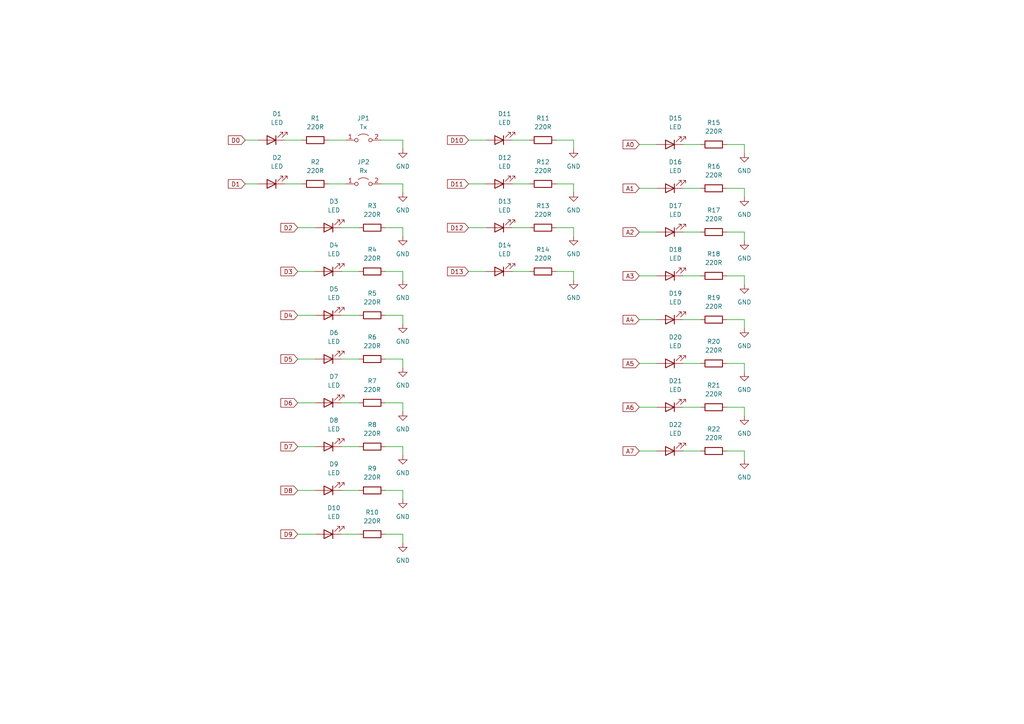
<source format=kicad_sch>
(kicad_sch (version 20211123) (generator eeschema)
  (paper "A4")
  (lib_symbols
    (symbol "Device:LED" (pin_numbers hide) (pin_names (offset 1.016) hide)
      (property "Reference" "D" (at 0 2.54 0))
      (property "Value" "LED" (at 0 -2.54 0))
      (symbol "LED_0_1"
        (polyline (pts (xy -1.27 -1.27) (xy -1.27 1.27)) (stroke (width 0.254)))
        (polyline (pts (xy -1.27 0) (xy 1.27 0)))
        (polyline (pts (xy 1.27 -1.27) (xy 1.27 1.27) (xy -1.27 0) (xy 1.27 -1.27)) (stroke (width 0.254)))
        (polyline (pts (xy -3.048 -0.762) (xy -4.572 -2.286) (xy -3.81 -2.286) (xy -4.572 -2.286) (xy -4.572 -1.524)))
        (polyline (pts (xy -1.778 -0.762) (xy -3.302 -2.286) (xy -2.54 -2.286) (xy -3.302 -2.286) (xy -3.302 -1.524)))
      )
      (symbol "LED_1_1"
        (pin passive line (at -3.81 0 0) (length 2.54) (name "K") (number "1"))
        (pin passive line (at 3.81 0 180) (length 2.54) (name "A") (number "2"))
      )
    )
    (symbol "Device:R" (pin_numbers hide) (pin_names (offset 0))
      (property "Reference" "R" (at 2.032 0 90))
      (property "Value" "R" (at 0 0 90))
      (symbol "R_0_1"
        (rectangle (start -1.016 -2.54) (end 1.016 2.54) (stroke (width 0.254)))
      )
      (symbol "R_1_1"
        (pin passive line (at 0 3.81 270) (length 1.27) (name "~") (number "1"))
        (pin passive line (at 0 -3.81 90) (length 1.27) (name "~") (number "2"))
      )
    )
    (symbol "Jumper:Jumper_2_Open" (pin_names (offset 0) hide)
      (property "Reference" "JP" (at 0 2.794 0))
      (property "Value" "Jumper_2_Open" (at 0 -2.286 0))
      (symbol "Jumper_2_Open_0_0"
        (circle (center -2.032 0) (radius 0.508))
        (circle (center 2.032 0) (radius 0.508))
      )
      (symbol "Jumper_2_Open_0_1"
        (arc (start 1.524 1.27) (mid 0 1.778) (end -1.524 1.27))
      )
      (symbol "Jumper_2_Open_1_1"
        (pin passive line (at -5.08 0 0) (length 2.54) (name "A") (number "1"))
        (pin passive line (at 5.08 0 180) (length 2.54) (name "B") (number "2"))
      )
    )
    (symbol "power:GND" (power) (pin_names (offset 0))
      (property "Value" "GND" (at 0 -3.81 0))
      (symbol "GND_0_1"
        (polyline (pts (xy 0 0) (xy 0 -1.27) (xy 1.27 -1.27) (xy 0 -2.54) (xy -1.27 -1.27) (xy 0 -1.27)))
      )
      (symbol "GND_1_1"
        (pin power_in line (at 0 0 270) (length 0) hide (name "GND") (number "1"))
      )
    )
  )
  (wire (pts (xy 86.36 66.04) (xy 91.44 66.04)))
  (wire (pts (xy 116.84 144.78) (xy 116.84 142.24)))
  (wire (pts (xy 116.84 104.14) (xy 111.76 104.14)))
  (wire (pts (xy 86.36 142.24) (xy 91.44 142.24)))
  (wire (pts (xy 135.89 53.34) (xy 140.97 53.34)))
  (wire (pts (xy 99.06 91.44) (xy 104.14 91.44)))
  (wire (pts (xy 215.9 57.15) (xy 215.9 54.61)))
  (wire (pts (xy 116.84 119.38) (xy 116.84 116.84)))
  (wire (pts (xy 99.06 66.04) (xy 104.14 66.04)))
  (wire (pts (xy 148.59 53.34) (xy 153.67 53.34)))
  (wire (pts (xy 215.9 67.31) (xy 210.82 67.31)))
  (wire (pts (xy 116.84 78.74) (xy 111.76 78.74)))
  (wire (pts (xy 135.89 40.64) (xy 140.97 40.64)))
  (wire (pts (xy 198.12 41.91) (xy 203.2 41.91)))
  (wire (pts (xy 99.06 104.14) (xy 104.14 104.14)))
  (wire (pts (xy 116.84 106.68) (xy 116.84 104.14)))
  (wire (pts (xy 185.42 41.91) (xy 190.5 41.91)))
  (wire (pts (xy 116.84 116.84) (xy 111.76 116.84)))
  (wire (pts (xy 166.37 55.88) (xy 166.37 53.34)))
  (wire (pts (xy 198.12 80.01) (xy 203.2 80.01)))
  (wire (pts (xy 135.89 66.04) (xy 140.97 66.04)))
  (wire (pts (xy 166.37 40.64) (xy 161.29 40.64)))
  (wire (pts (xy 71.12 53.34) (xy 74.93 53.34)))
  (wire (pts (xy 185.42 105.41) (xy 190.5 105.41)))
  (wire (pts (xy 116.84 81.28) (xy 116.84 78.74)))
  (wire (pts (xy 71.12 40.64) (xy 74.93 40.64)))
  (wire (pts (xy 166.37 78.74) (xy 161.29 78.74)))
  (wire (pts (xy 86.36 78.74) (xy 91.44 78.74)))
  (wire (pts (xy 198.12 130.81) (xy 203.2 130.81)))
  (wire (pts (xy 148.59 40.64) (xy 153.67 40.64)))
  (wire (pts (xy 215.9 107.95) (xy 215.9 105.41)))
  (wire (pts (xy 116.84 154.94) (xy 111.76 154.94)))
  (wire (pts (xy 99.06 129.54) (xy 104.14 129.54)))
  (wire (pts (xy 99.06 154.94) (xy 104.14 154.94)))
  (wire (pts (xy 95.25 53.34) (xy 100.33 53.34)))
  (wire (pts (xy 215.9 82.55) (xy 215.9 80.01)))
  (wire (pts (xy 198.12 54.61) (xy 203.2 54.61)))
  (wire (pts (xy 198.12 105.41) (xy 203.2 105.41)))
  (wire (pts (xy 99.06 78.74) (xy 104.14 78.74)))
  (wire (pts (xy 198.12 67.31) (xy 203.2 67.31)))
  (wire (pts (xy 185.42 54.61) (xy 190.5 54.61)))
  (wire (pts (xy 215.9 41.91) (xy 210.82 41.91)))
  (wire (pts (xy 116.84 91.44) (xy 111.76 91.44)))
  (wire (pts (xy 215.9 80.01) (xy 210.82 80.01)))
  (wire (pts (xy 215.9 92.71) (xy 210.82 92.71)))
  (wire (pts (xy 95.25 40.64) (xy 100.33 40.64)))
  (wire (pts (xy 215.9 95.25) (xy 215.9 92.71)))
  (wire (pts (xy 86.36 104.14) (xy 91.44 104.14)))
  (wire (pts (xy 86.36 129.54) (xy 91.44 129.54)))
  (wire (pts (xy 110.49 53.34) (xy 116.84 53.34)))
  (wire (pts (xy 86.36 116.84) (xy 91.44 116.84)))
  (wire (pts (xy 116.84 132.08) (xy 116.84 129.54)))
  (wire (pts (xy 215.9 118.11) (xy 210.82 118.11)))
  (wire (pts (xy 185.42 118.11) (xy 190.5 118.11)))
  (wire (pts (xy 116.84 157.48) (xy 116.84 154.94)))
  (wire (pts (xy 166.37 43.18) (xy 166.37 40.64)))
  (wire (pts (xy 99.06 116.84) (xy 104.14 116.84)))
  (wire (pts (xy 116.84 129.54) (xy 111.76 129.54)))
  (wire (pts (xy 185.42 67.31) (xy 190.5 67.31)))
  (wire (pts (xy 185.42 80.01) (xy 190.5 80.01)))
  (wire (pts (xy 198.12 92.71) (xy 203.2 92.71)))
  (wire (pts (xy 215.9 130.81) (xy 210.82 130.81)))
  (wire (pts (xy 116.84 142.24) (xy 111.76 142.24)))
  (wire (pts (xy 82.55 40.64) (xy 87.63 40.64)))
  (wire (pts (xy 82.55 53.34) (xy 87.63 53.34)))
  (wire (pts (xy 116.84 68.58) (xy 116.84 66.04)))
  (wire (pts (xy 166.37 68.58) (xy 166.37 66.04)))
  (wire (pts (xy 116.84 43.18) (xy 116.84 40.64)))
  (wire (pts (xy 215.9 44.45) (xy 215.9 41.91)))
  (wire (pts (xy 215.9 54.61) (xy 210.82 54.61)))
  (wire (pts (xy 215.9 69.85) (xy 215.9 67.31)))
  (wire (pts (xy 198.12 118.11) (xy 203.2 118.11)))
  (wire (pts (xy 148.59 78.74) (xy 153.67 78.74)))
  (wire (pts (xy 215.9 133.35) (xy 215.9 130.81)))
  (wire (pts (xy 185.42 130.81) (xy 190.5 130.81)))
  (wire (pts (xy 148.59 66.04) (xy 153.67 66.04)))
  (wire (pts (xy 166.37 53.34) (xy 161.29 53.34)))
  (wire (pts (xy 215.9 105.41) (xy 210.82 105.41)))
  (wire (pts (xy 86.36 91.44) (xy 91.44 91.44)))
  (wire (pts (xy 110.49 40.64) (xy 116.84 40.64)))
  (wire (pts (xy 215.9 120.65) (xy 215.9 118.11)))
  (wire (pts (xy 135.89 78.74) (xy 140.97 78.74)))
  (wire (pts (xy 166.37 81.28) (xy 166.37 78.74)))
  (wire (pts (xy 185.42 92.71) (xy 190.5 92.71)))
  (wire (pts (xy 86.36 154.94) (xy 91.44 154.94)))
  (wire (pts (xy 99.06 142.24) (xy 104.14 142.24)))
  (wire (pts (xy 116.84 55.88) (xy 116.84 53.34)))
  (wire (pts (xy 166.37 66.04) (xy 161.29 66.04)))
  (wire (pts (xy 116.84 93.98) (xy 116.84 91.44)))
  (wire (pts (xy 116.84 66.04) (xy 111.76 66.04)))
  (global_label "D5" (shape input) (at 86.36 104.14 180) (property "Intersheet References" "${INTERSHEET_REFS}" (effects hide)))
  (global_label "D8" (shape input) (at 86.36 142.24 180) (property "Intersheet References" "${INTERSHEET_REFS}" (effects hide)))
  (global_label "A3" (shape input) (at 185.42 80.01 180) (property "Intersheet References" "${INTERSHEET_REFS}" (effects hide)))
  (global_label "A2" (shape input) (at 185.42 67.31 180) (property "Intersheet References" "${INTERSHEET_REFS}" (effects hide)))
  (global_label "D2" (shape input) (at 86.36 66.04 180) (property "Intersheet References" "${INTERSHEET_REFS}" (effects hide)))
  (global_label "A4" (shape input) (at 185.42 92.71 180) (property "Intersheet References" "${INTERSHEET_REFS}" (effects hide)))
  (global_label "D9" (shape input) (at 86.36 154.94 180) (property "Intersheet References" "${INTERSHEET_REFS}" (effects hide)))
  (global_label "D0" (shape input) (at 71.12 40.64 180) (property "Intersheet References" "${INTERSHEET_REFS}" (effects hide)))
  (global_label "D13" (shape input) (at 135.89 78.74 180) (property "Intersheet References" "${INTERSHEET_REFS}" (effects hide)))
  (global_label "A0" (shape input) (at 185.42 41.91 180) (property "Intersheet References" "${INTERSHEET_REFS}" (effects hide)))
  (global_label "A5" (shape input) (at 185.42 105.41 180) (property "Intersheet References" "${INTERSHEET_REFS}" (effects hide)))
  (global_label "D6" (shape input) (at 86.36 116.84 180) (property "Intersheet References" "${INTERSHEET_REFS}" (effects hide)))
  (global_label "D10" (shape input) (at 135.89 40.64 180) (property "Intersheet References" "${INTERSHEET_REFS}" (effects hide)))
  (global_label "A6" (shape input) (at 185.42 118.11 180) (property "Intersheet References" "${INTERSHEET_REFS}" (effects hide)))
  (global_label "D11" (shape input) (at 135.89 53.34 180) (property "Intersheet References" "${INTERSHEET_REFS}" (effects hide)))
  (global_label "A7" (shape input) (at 185.42 130.81 180) (property "Intersheet References" "${INTERSHEET_REFS}" (effects hide)))
  (global_label "D3" (shape input) (at 86.36 78.74 180) (property "Intersheet References" "${INTERSHEET_REFS}" (effects hide)))
  (global_label "D12" (shape input) (at 135.89 66.04 180) (property "Intersheet References" "${INTERSHEET_REFS}" (effects hide)))
  (global_label "A1" (shape input) (at 185.42 54.61 180) (property "Intersheet References" "${INTERSHEET_REFS}" (effects hide)))
  (global_label "D4" (shape input) (at 86.36 91.44 180) (property "Intersheet References" "${INTERSHEET_REFS}" (effects hide)))
  (global_label "D7" (shape input) (at 86.36 129.54 180) (property "Intersheet References" "${INTERSHEET_REFS}" (effects hide)))
  (global_label "D1" (shape input) (at 71.12 53.34 180) (property "Intersheet References" "${INTERSHEET_REFS}" (effects hide)))
  (symbol (lib_id "Device:LED") (at 95.25 78.74 180) (unit 1)
    (property "Reference" "D4" (at 96.8375 71.12 0))
    (property "Value" "LED" (at 96.8375 73.66 0))
    (property "Footprint" "My_Misc:LED_D5.0mm_large" (effects hide))
  )
  (symbol (lib_id "Device:LED") (at 144.78 40.64 180) (unit 1)
    (property "Reference" "D11" (at 146.3675 33.02 0))
    (property "Value" "LED" (at 146.3675 35.56 0))
    (property "Footprint" "My_Misc:LED_D5.0mm_large" (effects hide))
  )
  (symbol (lib_id "power:GND") (at 166.37 81.28 0) (unit 1)
    (property "Reference" "#PWR0121" (effects hide))
    (property "Value" "GND" (at 166.37 86.36 0))
  )
  (symbol (lib_id "power:GND") (at 166.37 43.18 0) (unit 1)
    (property "Reference" "#PWR0128" (effects hide))
    (property "Value" "GND" (at 166.37 48.26 0))
  )
  (symbol (lib_id "Device:LED") (at 95.25 104.14 180) (unit 1)
    (property "Reference" "D6" (at 96.8375 96.52 0))
    (property "Value" "LED" (at 96.8375 99.06 0))
    (property "Footprint" "My_Misc:LED_D5.0mm_large" (effects hide))
  )
  (symbol (lib_id "Device:R") (at 157.48 40.64 90) (unit 1)
    (property "Reference" "R11" (at 157.48 34.29 90))
    (property "Value" "220R" (at 157.48 36.83 90))
    (property "Footprint" "My_Misc:R_Axial_DIN0207_L6.3mm_D2.5mm_P10.16mm_Horizontal_larger_pads" (effects hide))
  )
  (symbol (lib_id "Device:R") (at 157.48 66.04 90) (unit 1)
    (property "Reference" "R13" (at 157.48 59.69 90))
    (property "Value" "220R" (at 157.48 62.23 90))
    (property "Footprint" "My_Misc:R_Axial_DIN0207_L6.3mm_D2.5mm_P10.16mm_Horizontal_larger_pads" (effects hide))
  )
  (symbol (lib_id "Device:R") (at 207.01 54.61 90) (unit 1)
    (property "Reference" "R16" (at 207.01 48.26 90))
    (property "Value" "220R" (at 207.01 50.8 90))
    (property "Footprint" "My_Misc:R_Axial_DIN0207_L6.3mm_D2.5mm_P10.16mm_Horizontal_larger_pads" (effects hide))
  )
  (symbol (lib_id "Device:LED") (at 95.25 116.84 180) (unit 1)
    (property "Reference" "D7" (at 96.8375 109.22 0))
    (property "Value" "LED" (at 96.8375 111.76 0))
    (property "Footprint" "My_Misc:LED_D5.0mm_large" (effects hide))
  )
  (symbol (lib_id "Device:LED") (at 194.31 54.61 180) (unit 1)
    (property "Reference" "D16" (at 195.8975 46.99 0))
    (property "Value" "LED" (at 195.8975 49.53 0))
    (property "Footprint" "My_Misc:LED_D5.0mm_large" (effects hide))
  )
  (symbol (lib_id "Device:LED") (at 144.78 53.34 180) (unit 1)
    (property "Reference" "D12" (at 146.3675 45.72 0))
    (property "Value" "LED" (at 146.3675 48.26 0))
    (property "Footprint" "My_Misc:LED_D5.0mm_large" (effects hide))
  )
  (symbol (lib_id "power:GND") (at 116.84 68.58 0) (unit 1)
    (property "Reference" "#PWR0116" (effects hide))
    (property "Value" "GND" (at 116.84 73.66 0))
  )
  (symbol (lib_id "Device:LED") (at 194.31 92.71 180) (unit 1)
    (property "Reference" "D19" (at 195.8975 85.09 0))
    (property "Value" "LED" (at 195.8975 87.63 0))
    (property "Footprint" "My_Misc:LED_D5.0mm_large" (effects hide))
  )
  (symbol (lib_id "power:GND") (at 116.84 106.68 0) (unit 1)
    (property "Reference" "#PWR0134" (effects hide))
    (property "Value" "GND" (at 116.84 111.76 0))
  )
  (symbol (lib_id "Device:LED") (at 95.25 142.24 180) (unit 1)
    (property "Reference" "D9" (at 96.8375 134.62 0))
    (property "Value" "LED" (at 96.8375 137.16 0))
    (property "Footprint" "My_Misc:LED_D5.0mm_large" (effects hide))
  )
  (symbol (lib_id "power:GND") (at 116.84 157.48 0) (unit 1)
    (property "Reference" "#PWR0130" (effects hide))
    (property "Value" "GND" (at 116.84 162.56 0))
  )
  (symbol (lib_id "Device:LED") (at 194.31 67.31 180) (unit 1)
    (property "Reference" "D17" (at 195.8975 59.69 0))
    (property "Value" "LED" (at 195.8975 62.23 0))
    (property "Footprint" "My_Misc:LED_D5.0mm_large" (effects hide))
  )
  (symbol (lib_id "Device:LED") (at 194.31 118.11 180) (unit 1)
    (property "Reference" "D21" (at 195.8975 110.49 0))
    (property "Value" "LED" (at 195.8975 113.03 0))
    (property "Footprint" "My_Misc:LED_D5.0mm_large" (effects hide))
  )
  (symbol (lib_id "Jumper:Jumper_2_Open") (at 105.41 40.64 0) (unit 1)
    (property "Reference" "JP1" (at 105.41 34.29 0))
    (property "Value" "Tx" (at 105.41 36.83 0))
    (property "Footprint" "My_Parts:Jumper_1x02_P2.54mm_large" (effects hide))
  )
  (symbol (lib_id "Device:LED") (at 95.25 66.04 180) (unit 1)
    (property "Reference" "D3" (at 96.8375 58.42 0))
    (property "Value" "LED" (at 96.8375 60.96 0))
    (property "Footprint" "My_Misc:LED_D5.0mm_large" (effects hide))
  )
  (symbol (lib_id "power:GND") (at 116.84 43.18 0) (unit 1)
    (property "Reference" "#PWR0120" (effects hide))
    (property "Value" "GND" (at 116.84 48.26 0))
  )
  (symbol (lib_id "Device:LED") (at 95.25 91.44 180) (unit 1)
    (property "Reference" "D5" (at 96.8375 83.82 0))
    (property "Value" "LED" (at 96.8375 86.36 0))
    (property "Footprint" "My_Misc:LED_D5.0mm_large" (effects hide))
  )
  (symbol (lib_id "power:GND") (at 215.9 95.25 0) (unit 1)
    (property "Reference" "#PWR0115" (effects hide))
    (property "Value" "GND" (at 215.9 100.33 0))
  )
  (symbol (lib_id "Device:LED") (at 194.31 41.91 180) (unit 1)
    (property "Reference" "D15" (at 195.8975 34.29 0))
    (property "Value" "LED" (at 195.8975 36.83 0))
    (property "Footprint" "My_Misc:LED_D5.0mm_large" (effects hide))
  )
  (symbol (lib_id "Device:R") (at 157.48 53.34 90) (unit 1)
    (property "Reference" "R12" (at 157.48 46.99 90))
    (property "Value" "220R" (at 157.48 49.53 90))
    (property "Footprint" "My_Misc:R_Axial_DIN0207_L6.3mm_D2.5mm_P10.16mm_Horizontal_larger_pads" (effects hide))
  )
  (symbol (lib_id "power:GND") (at 166.37 55.88 0) (unit 1)
    (property "Reference" "#PWR0119" (effects hide))
    (property "Value" "GND" (at 166.37 60.96 0))
  )
  (symbol (lib_id "Device:R") (at 107.95 91.44 90) (unit 1)
    (property "Reference" "R5" (at 107.95 85.09 90))
    (property "Value" "220R" (at 107.95 87.63 90))
    (property "Footprint" "My_Misc:R_Axial_DIN0207_L6.3mm_D2.5mm_P10.16mm_Horizontal_larger_pads" (effects hide))
  )
  (symbol (lib_id "Device:R") (at 207.01 118.11 90) (unit 1)
    (property "Reference" "R21" (at 207.01 111.76 90))
    (property "Value" "220R" (at 207.01 114.3 90))
    (property "Footprint" "My_Misc:R_Axial_DIN0207_L6.3mm_D2.5mm_P10.16mm_Horizontal_larger_pads" (effects hide))
  )
  (symbol (lib_id "Device:LED") (at 194.31 130.81 180) (unit 1)
    (property "Reference" "D22" (at 195.8975 123.19 0))
    (property "Value" "LED" (at 195.8975 125.73 0))
    (property "Footprint" "My_Misc:LED_D5.0mm_large" (effects hide))
  )
  (symbol (lib_id "Device:LED") (at 95.25 129.54 180) (unit 1)
    (property "Reference" "D8" (at 96.8375 121.92 0))
    (property "Value" "LED" (at 96.8375 124.46 0))
    (property "Footprint" "My_Misc:LED_D5.0mm_large" (effects hide))
  )
  (symbol (lib_id "Jumper:Jumper_2_Open") (at 105.41 53.34 0) (unit 1)
    (property "Reference" "JP2" (at 105.41 46.99 0))
    (property "Value" "Rx" (at 105.41 49.53 0))
    (property "Footprint" "My_Parts:Jumper_1x02_P2.54mm_large" (effects hide))
  )
  (symbol (lib_id "Device:R") (at 91.44 40.64 90) (unit 1)
    (property "Reference" "R1" (at 91.44 34.29 90))
    (property "Value" "220R" (at 91.44 36.83 90))
    (property "Footprint" "My_Misc:R_Axial_DIN0207_L6.3mm_D2.5mm_P10.16mm_Horizontal_larger_pads" (effects hide))
  )
  (symbol (lib_id "Device:R") (at 107.95 116.84 90) (unit 1)
    (property "Reference" "R7" (at 107.95 110.49 90))
    (property "Value" "220R" (at 107.95 113.03 90))
    (property "Footprint" "My_Misc:R_Axial_DIN0207_L6.3mm_D2.5mm_P10.16mm_Horizontal_larger_pads" (effects hide))
  )
  (symbol (lib_id "Device:LED") (at 95.25 154.94 180) (unit 1)
    (property "Reference" "D10" (at 96.8375 147.32 0))
    (property "Value" "LED" (at 96.8375 149.86 0))
    (property "Footprint" "My_Misc:LED_D5.0mm_large" (effects hide))
  )
  (symbol (lib_id "Device:R") (at 107.95 129.54 90) (unit 1)
    (property "Reference" "R8" (at 107.95 123.19 90))
    (property "Value" "220R" (at 107.95 125.73 90))
    (property "Footprint" "My_Misc:R_Axial_DIN0207_L6.3mm_D2.5mm_P10.16mm_Horizontal_larger_pads" (effects hide))
  )
  (symbol (lib_id "Device:R") (at 207.01 41.91 90) (unit 1)
    (property "Reference" "R15" (at 207.01 35.56 90))
    (property "Value" "220R" (at 207.01 38.1 90))
    (property "Footprint" "My_Misc:R_Axial_DIN0207_L6.3mm_D2.5mm_P10.16mm_Horizontal_larger_pads" (effects hide))
  )
  (symbol (lib_id "Device:R") (at 107.95 66.04 90) (unit 1)
    (property "Reference" "R3" (at 107.95 59.69 90))
    (property "Value" "220R" (at 107.95 62.23 90))
    (property "Footprint" "My_Misc:R_Axial_DIN0207_L6.3mm_D2.5mm_P10.16mm_Horizontal_larger_pads" (effects hide))
  )
  (symbol (lib_id "power:GND") (at 215.9 82.55 0) (unit 1)
    (property "Reference" "#PWR0110" (effects hide))
    (property "Value" "GND" (at 215.9 87.63 0))
  )
  (symbol (lib_id "power:GND") (at 215.9 107.95 0) (unit 1)
    (property "Reference" "#PWR0112" (effects hide))
    (property "Value" "GND" (at 215.9 113.03 0))
  )
  (symbol (lib_id "Device:LED") (at 78.74 40.64 180) (unit 1)
    (property "Reference" "D1" (at 80.3275 33.02 0))
    (property "Value" "LED" (at 80.3275 35.56 0))
    (property "Footprint" "My_Misc:LED_D5.0mm_large" (effects hide))
  )
  (symbol (lib_id "power:GND") (at 116.84 119.38 0) (unit 1)
    (property "Reference" "#PWR0132" (effects hide))
    (property "Value" "GND" (at 116.84 124.46 0))
  )
  (symbol (lib_id "Device:LED") (at 194.31 105.41 180) (unit 1)
    (property "Reference" "D20" (at 195.8975 97.79 0))
    (property "Value" "LED" (at 195.8975 100.33 0))
    (property "Footprint" "My_Misc:LED_D5.0mm_large" (effects hide))
  )
  (symbol (lib_id "Device:R") (at 107.95 154.94 90) (unit 1)
    (property "Reference" "R10" (at 107.95 148.59 90))
    (property "Value" "220R" (at 107.95 151.13 90))
    (property "Footprint" "My_Misc:R_Axial_DIN0207_L6.3mm_D2.5mm_P10.16mm_Horizontal_larger_pads" (effects hide))
  )
  (symbol (lib_id "power:GND") (at 215.9 120.65 0) (unit 1)
    (property "Reference" "#PWR0113" (effects hide))
    (property "Value" "GND" (at 215.9 125.73 0))
  )
  (symbol (lib_id "power:GND") (at 116.84 144.78 0) (unit 1)
    (property "Reference" "#PWR0131" (effects hide))
    (property "Value" "GND" (at 116.84 149.86 0))
  )
  (symbol (lib_id "Device:R") (at 107.95 78.74 90) (unit 1)
    (property "Reference" "R4" (at 107.95 72.39 90))
    (property "Value" "220R" (at 107.95 74.93 90))
    (property "Footprint" "My_Misc:R_Axial_DIN0207_L6.3mm_D2.5mm_P10.16mm_Horizontal_larger_pads" (effects hide))
  )
  (symbol (lib_id "Device:R") (at 207.01 105.41 90) (unit 1)
    (property "Reference" "R20" (at 207.01 99.06 90))
    (property "Value" "220R" (at 207.01 101.6 90))
    (property "Footprint" "My_Misc:R_Axial_DIN0207_L6.3mm_D2.5mm_P10.16mm_Horizontal_larger_pads" (effects hide))
  )
  (symbol (lib_id "power:GND") (at 116.84 93.98 0) (unit 1)
    (property "Reference" "#PWR0133" (effects hide))
    (property "Value" "GND" (at 116.84 99.06 0))
  )
  (symbol (lib_id "Device:LED") (at 144.78 78.74 180) (unit 1)
    (property "Reference" "D14" (at 146.3675 71.12 0))
    (property "Value" "LED" (at 146.3675 73.66 0))
    (property "Footprint" "My_Misc:LED_D5.0mm_large" (effects hide))
  )
  (symbol (lib_id "Device:LED") (at 78.74 53.34 180) (unit 1)
    (property "Reference" "D2" (at 80.3275 45.72 0))
    (property "Value" "LED" (at 80.3275 48.26 0))
    (property "Footprint" "My_Misc:LED_D5.0mm_large" (effects hide))
  )
  (symbol (lib_id "power:GND") (at 116.84 132.08 0) (unit 1)
    (property "Reference" "#PWR0129" (effects hide))
    (property "Value" "GND" (at 116.84 137.16 0))
  )
  (symbol (lib_id "power:GND") (at 215.9 133.35 0) (unit 1)
    (property "Reference" "#PWR0114" (effects hide))
    (property "Value" "GND" (at 215.9 138.43 0))
  )
  (symbol (lib_id "Device:R") (at 207.01 80.01 90) (unit 1)
    (property "Reference" "R18" (at 207.01 73.66 90))
    (property "Value" "220R" (at 207.01 76.2 90))
    (property "Footprint" "My_Misc:R_Axial_DIN0207_L6.3mm_D2.5mm_P10.16mm_Horizontal_larger_pads" (effects hide))
  )
  (symbol (lib_id "power:GND") (at 215.9 69.85 0) (unit 1)
    (property "Reference" "#PWR0111" (effects hide))
    (property "Value" "GND" (at 215.9 74.93 0))
  )
  (symbol (lib_id "Device:R") (at 107.95 104.14 90) (unit 1)
    (property "Reference" "R6" (at 107.95 97.79 90))
    (property "Value" "220R" (at 107.95 100.33 90))
    (property "Footprint" "My_Misc:R_Axial_DIN0207_L6.3mm_D2.5mm_P10.16mm_Horizontal_larger_pads" (effects hide))
  )
  (symbol (lib_id "Device:LED") (at 144.78 66.04 180) (unit 1)
    (property "Reference" "D13" (at 146.3675 58.42 0))
    (property "Value" "LED" (at 146.3675 60.96 0))
    (property "Footprint" "My_Misc:LED_D5.0mm_large" (effects hide))
  )
  (symbol (lib_id "Device:R") (at 91.44 53.34 90) (unit 1)
    (property "Reference" "R2" (at 91.44 46.99 90))
    (property "Value" "220R" (at 91.44 49.53 90))
    (property "Footprint" "My_Misc:R_Axial_DIN0207_L6.3mm_D2.5mm_P10.16mm_Horizontal_larger_pads" (effects hide))
  )
  (symbol (lib_id "power:GND") (at 215.9 57.15 0) (unit 1)
    (property "Reference" "#PWR0109" (effects hide))
    (property "Value" "GND" (at 215.9 62.23 0))
  )
  (symbol (lib_id "Device:R") (at 207.01 67.31 90) (unit 1)
    (property "Reference" "R17" (at 207.01 60.96 90))
    (property "Value" "220R" (at 207.01 63.5 90))
    (property "Footprint" "My_Misc:R_Axial_DIN0207_L6.3mm_D2.5mm_P10.16mm_Horizontal_larger_pads" (effects hide))
  )
  (symbol (lib_id "power:GND") (at 215.9 44.45 0) (unit 1)
    (property "Reference" "#PWR0108" (effects hide))
    (property "Value" "GND" (at 215.9 49.53 0))
  )
  (symbol (lib_id "power:GND") (at 116.84 81.28 0) (unit 1)
    (property "Reference" "#PWR0117" (effects hide))
    (property "Value" "GND" (at 116.84 86.36 0))
  )
  (symbol (lib_id "power:GND") (at 116.84 55.88 0) (unit 1)
    (property "Reference" "#PWR0118" (effects hide))
    (property "Value" "GND" (at 116.84 60.96 0))
  )
  (symbol (lib_id "Device:LED") (at 194.31 80.01 180) (unit 1)
    (property "Reference" "D18" (at 195.8975 72.39 0))
    (property "Value" "LED" (at 195.8975 74.93 0))
    (property "Footprint" "My_Misc:LED_D5.0mm_large" (effects hide))
  )
  (symbol (lib_id "Device:R") (at 157.48 78.74 90) (unit 1)
    (property "Reference" "R14" (at 157.48 72.39 90))
    (property "Value" "220R" (at 157.48 74.93 90))
    (property "Footprint" "My_Misc:R_Axial_DIN0207_L6.3mm_D2.5mm_P10.16mm_Horizontal_larger_pads" (effects hide))
  )
  (symbol (lib_id "Device:R") (at 107.95 142.24 90) (unit 1)
    (property "Reference" "R9" (at 107.95 135.89 90))
    (property "Value" "220R" (at 107.95 138.43 90))
    (property "Footprint" "My_Misc:R_Axial_DIN0207_L6.3mm_D2.5mm_P10.16mm_Horizontal_larger_pads" (effects hide))
  )
  (symbol (lib_id "Device:R") (at 207.01 92.71 90) (unit 1)
    (property "Reference" "R19" (at 207.01 86.36 90))
    (property "Value" "220R" (at 207.01 88.9 90))
    (property "Footprint" "My_Misc:R_Axial_DIN0207_L6.3mm_D2.5mm_P10.16mm_Horizontal_larger_pads" (effects hide))
  )
  (symbol (lib_id "Device:R") (at 207.01 130.81 90) (unit 1)
    (property "Reference" "R22" (at 207.01 124.46 90))
    (property "Value" "220R" (at 207.01 127 90))
    (property "Footprint" "My_Misc:R_Axial_DIN0207_L6.3mm_D2.5mm_P10.16mm_Horizontal_larger_pads" (effects hide))
  )
  (symbol (lib_id "power:GND") (at 166.37 68.58 0) (unit 1)
    (property "Reference" "#PWR0122" (effects hide))
    (property "Value" "GND" (at 166.37 73.66 0))
  )
)
</source>
